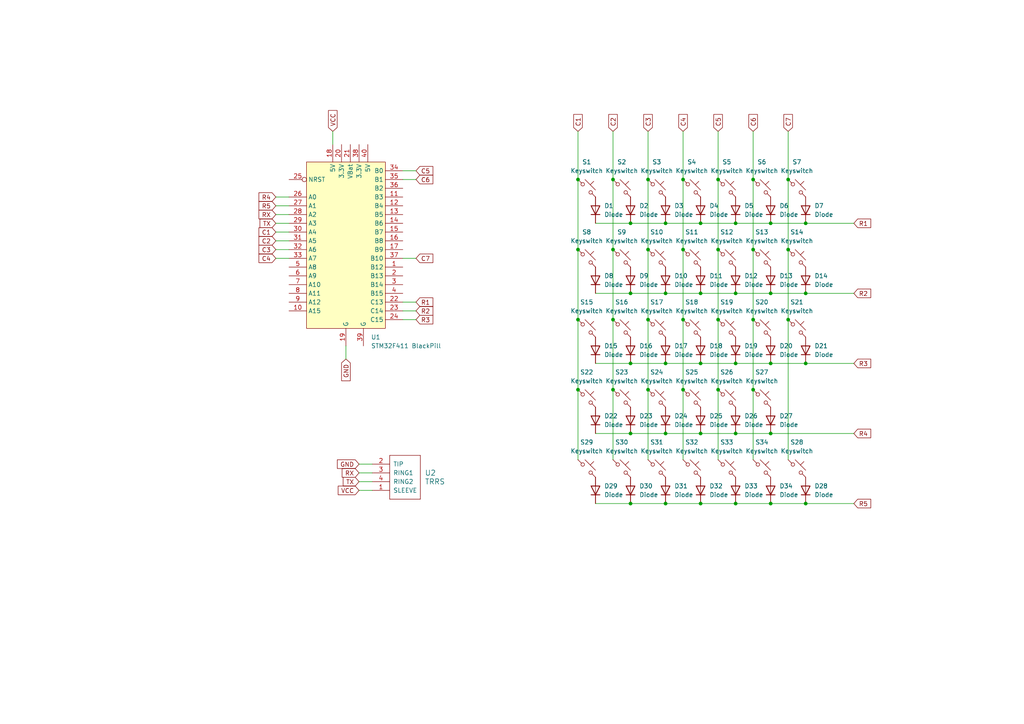
<source format=kicad_sch>
(kicad_sch (version 20231120) (generator "eeschema") (generator_version "8.0")
  (paper "A4")
  (lib_symbols
    (symbol "ScottoKeebs:Placeholder_Diode" (pin_numbers hide) (pin_names hide)
      (property "Reference" "D" (at 0 2.54 0))
      (property "Value" "Diode" (at 0 -2.54 0))
      (symbol "Placeholder_Diode_0_1"
        (polyline (pts (xy -1.27 1.27) (xy -1.27 -1.27)) (stroke (width 0.254)))
        (polyline (pts (xy 1.27 0) (xy -1.27 0)))
        (polyline (pts (xy 1.27 1.27) (xy 1.27 -1.27) (xy -1.27 0) (xy 1.27 1.27)) (stroke (width 0.254)))
      )
      (symbol "Placeholder_Diode_1_1"
        (pin passive line (at -3.81 0 0) (length 2.54) (name "K") (number "1"))
        (pin passive line (at 3.81 0 180) (length 2.54) (name "A") (number "2"))
      )
    )
    (symbol "ScottoKeebs:Placeholder_Keyswitch" (pin_numbers hide) (pin_names (offset 1.016) hide)
      (property "Reference" "S" (at 3.048 1.016 0))
      (property "Value" "Keyswitch" (at 0 -3.81 0))
      (symbol "Placeholder_Keyswitch_0_1"
        (circle (center -1.1684 1.1684) (radius 0.508))
        (polyline (pts (xy -0.508 2.54) (xy 2.54 -0.508)))
        (polyline (pts (xy 1.016 1.016) (xy 2.032 2.032)))
        (polyline (pts (xy -2.54 2.54) (xy -1.524 1.524) (xy -1.524 1.524)))
        (polyline (pts (xy 1.524 -1.524) (xy 2.54 -2.54) (xy 2.54 -2.54) (xy 2.54 -2.54)))
        (circle (center 1.143 -1.1938) (radius 0.508))
        (pin passive line (at -2.54 2.54 0) (length 0) (name "1") (number "1"))
        (pin passive line (at 2.54 -2.54 180) (length 0) (name "2") (number "2"))
      )
    )
    (symbol "ScottoKeebs:Placeholder_TRRS" (pin_names (offset 1.016))
      (property "Reference" "U" (at 0 15.24 0))
      (property "Value" "TRRS" (at 0 -2.54 0))
      (symbol "Placeholder_TRRS_0_1"
        (rectangle (start -3.81 0) (end -3.81 12.7))
        (rectangle (start -3.81 0) (end 5.08 0))
        (rectangle (start -3.81 12.7) (end 5.08 12.7))
        (rectangle (start 5.08 12.7) (end 5.08 0))
      )
      (symbol "Placeholder_TRRS_1_1"
        (pin input line (at -8.89 2.54 0) (length 5.08) (name "SLEEVE") (number "1"))
        (pin input line (at -8.89 10.16 0) (length 5.08) (name "TIP") (number "2"))
        (pin input line (at -8.89 7.62 0) (length 5.08) (name "RING1") (number "3"))
        (pin input line (at -8.89 5.08 0) (length 5.08) (name "RING2") (number "4"))
      )
    )
    (symbol "WeAct_Black_Pill_V2.0:STM32F411_Black_Pill"
      (property "Reference" "U" (at -10.16 25.4 0))
      (property "Value" "STM32F411 BlackPill" (at -3.81 13.97 0))
      (symbol "STM32F411_Black_Pill_1_1"
        (rectangle (start -11.43 24.13) (end 11.43 -24.13) (fill (type background)))
        (pin bidirectional line (at 16.51 -6.35 180) (length 5.08) (name "B12") (number "1"))
        (pin bidirectional line (at -16.51 -19.05 0) (length 5.08) (name "A15") (number "10"))
        (pin bidirectional line (at 16.51 13.97 180) (length 5.08) (name "B3") (number "11"))
        (pin bidirectional line (at 16.51 11.43 180) (length 5.08) (name "B4") (number "12"))
        (pin bidirectional line (at 16.51 8.89 180) (length 5.08) (name "B5") (number "13"))
        (pin bidirectional line (at 16.51 6.35 180) (length 5.08) (name "B6") (number "14"))
        (pin bidirectional line (at 16.51 3.81 180) (length 5.08) (name "B7") (number "15"))
        (pin bidirectional line (at 16.51 1.27 180) (length 5.08) (name "B8") (number "16"))
        (pin bidirectional line (at 16.51 -1.27 180) (length 5.08) (name "B9") (number "17"))
        (pin bidirectional line (at -3.81 29.21 270) (length 5.08) (name "5V") (number "18"))
        (pin bidirectional line (at 0 -29.21 90) (length 5.08) (name "G") (number "19"))
        (pin bidirectional line (at 16.51 -8.89 180) (length 5.08) (name "B13") (number "2"))
        (pin bidirectional line (at -1.27 29.21 270) (length 5.08) (name "3.3V") (number "20"))
        (pin bidirectional line (at 1.27 29.21 270) (length 5.08) (name "VBat") (number "21"))
        (pin bidirectional line (at 16.51 -16.51 180) (length 5.08) (name "C13") (number "22"))
        (pin bidirectional line (at 16.51 -19.05 180) (length 5.08) (name "C14") (number "23"))
        (pin bidirectional line (at 16.51 -21.59 180) (length 5.08) (name "C15") (number "24"))
        (pin bidirectional inverted (at -16.51 19.05 0) (length 5.08) (name "NRST") (number "25"))
        (pin bidirectional line (at -16.51 13.97 0) (length 5.08) (name "A0") (number "26"))
        (pin bidirectional line (at -16.51 11.43 0) (length 5.08) (name "A1") (number "27"))
        (pin bidirectional line (at -16.51 8.89 0) (length 5.08) (name "A2") (number "28"))
        (pin bidirectional line (at -16.51 6.35 0) (length 5.08) (name "A3") (number "29"))
        (pin bidirectional line (at 16.51 -11.43 180) (length 5.08) (name "B14") (number "3"))
        (pin bidirectional line (at -16.51 3.81 0) (length 5.08) (name "A4") (number "30"))
        (pin bidirectional line (at -16.51 1.27 0) (length 5.08) (name "A5") (number "31"))
        (pin bidirectional line (at -16.51 -1.27 0) (length 5.08) (name "A6") (number "32"))
        (pin bidirectional line (at -16.51 -3.81 0) (length 5.08) (name "A7") (number "33"))
        (pin bidirectional line (at 16.51 21.59 180) (length 5.08) (name "B0") (number "34"))
        (pin bidirectional line (at 16.51 19.05 180) (length 5.08) (name "B1") (number "35"))
        (pin bidirectional line (at 16.51 16.51 180) (length 5.08) (name "B2") (number "36"))
        (pin bidirectional line (at 16.51 -3.81 180) (length 5.08) (name "B10") (number "37"))
        (pin bidirectional line (at 3.81 29.21 270) (length 5.08) (name "3.3V") (number "38"))
        (pin bidirectional line (at 5.08 -29.21 90) (length 5.08) (name "G") (number "39"))
        (pin bidirectional line (at 16.51 -13.97 180) (length 5.08) (name "B15") (number "4"))
        (pin bidirectional line (at 6.35 29.21 270) (length 5.08) (name "5V") (number "40"))
        (pin bidirectional line (at -16.51 -6.35 0) (length 5.08) (name "A8") (number "5"))
        (pin bidirectional line (at -16.51 -8.89 0) (length 5.08) (name "A9") (number "6"))
        (pin bidirectional line (at -16.51 -11.43 0) (length 5.08) (name "A10") (number "7"))
        (pin bidirectional line (at -16.51 -13.97 0) (length 5.08) (name "A11") (number "8"))
        (pin bidirectional line (at -16.51 -16.51 0) (length 5.08) (name "A12") (number "9"))
      )
    )
  )
  (junction (at 193.04 105.41))
  (junction (at 187.96 52.07))
  (junction (at 198.12 52.07))
  (junction (at 167.64 113.03))
  (junction (at 187.96 72.39))
  (junction (at 187.96 92.71))
  (junction (at 218.44 52.07))
  (junction (at 233.68 105.41))
  (junction (at 198.12 92.71))
  (junction (at 213.36 146.05))
  (junction (at 177.8 52.07))
  (junction (at 213.36 64.77))
  (junction (at 167.64 72.39))
  (junction (at 203.2 125.73))
  (junction (at 177.8 72.39))
  (junction (at 213.36 125.73))
  (junction (at 198.12 72.39))
  (junction (at 233.68 64.77))
  (junction (at 218.44 92.71))
  (junction (at 167.64 52.07))
  (junction (at 203.2 85.09))
  (junction (at 228.6 92.71))
  (junction (at 208.28 72.39))
  (junction (at 203.2 146.05))
  (junction (at 223.52 146.05))
  (junction (at 193.04 125.73))
  (junction (at 213.36 105.41))
  (junction (at 182.88 64.77))
  (junction (at 213.36 85.09))
  (junction (at 193.04 146.05))
  (junction (at 198.12 113.03))
  (junction (at 182.88 105.41))
  (junction (at 208.28 52.07))
  (junction (at 223.52 125.73))
  (junction (at 228.6 72.39))
  (junction (at 228.6 52.07))
  (junction (at 167.64 92.71))
  (junction (at 193.04 64.77))
  (junction (at 223.52 64.77))
  (junction (at 177.8 113.03))
  (junction (at 203.2 64.77))
  (junction (at 182.88 146.05))
  (junction (at 223.52 85.09))
  (junction (at 218.44 113.03))
  (junction (at 203.2 105.41))
  (junction (at 233.68 146.05))
  (junction (at 208.28 92.71))
  (junction (at 193.04 85.09))
  (junction (at 233.68 85.09))
  (junction (at 187.96 113.03))
  (junction (at 218.44 72.39))
  (junction (at 208.28 113.03))
  (junction (at 223.52 105.41))
  (junction (at 177.8 92.71))
  (junction (at 182.88 125.73))
  (junction (at 182.88 85.09))
  (wire (pts (xy 116.84 52.07) (xy 120.65 52.07)))
  (wire (pts (xy 228.6 92.71) (xy 228.6 133.35)))
  (wire (pts (xy 104.14 142.24) (xy 107.95 142.24)))
  (wire (pts (xy 187.96 38.1) (xy 187.96 52.07)))
  (wire (pts (xy 167.64 72.39) (xy 167.64 92.71)))
  (wire (pts (xy 233.68 105.41) (xy 247.65 105.41)))
  (wire (pts (xy 167.64 92.71) (xy 167.64 113.03)))
  (wire (pts (xy 172.72 64.77) (xy 182.88 64.77)))
  (wire (pts (xy 187.96 72.39) (xy 187.96 92.71)))
  (wire (pts (xy 208.28 113.03) (xy 208.28 133.35)))
  (wire (pts (xy 104.14 137.16) (xy 107.95 137.16)))
  (wire (pts (xy 208.28 38.1) (xy 208.28 52.07)))
  (wire (pts (xy 213.36 85.09) (xy 223.52 85.09)))
  (wire (pts (xy 193.04 64.77) (xy 203.2 64.77)))
  (wire (pts (xy 218.44 113.03) (xy 218.44 133.35)))
  (wire (pts (xy 213.36 146.05) (xy 223.52 146.05)))
  (wire (pts (xy 223.52 64.77) (xy 233.68 64.77)))
  (wire (pts (xy 213.36 105.41) (xy 223.52 105.41)))
  (wire (pts (xy 80.01 59.69) (xy 83.82 59.69)))
  (wire (pts (xy 223.52 146.05) (xy 233.68 146.05)))
  (wire (pts (xy 213.36 64.77) (xy 223.52 64.77)))
  (wire (pts (xy 208.28 52.07) (xy 208.28 72.39)))
  (wire (pts (xy 116.84 87.63) (xy 120.65 87.63)))
  (wire (pts (xy 172.72 125.73) (xy 182.88 125.73)))
  (wire (pts (xy 167.64 52.07) (xy 167.64 72.39)))
  (wire (pts (xy 218.44 38.1) (xy 218.44 52.07)))
  (wire (pts (xy 223.52 105.41) (xy 233.68 105.41)))
  (wire (pts (xy 213.36 125.73) (xy 223.52 125.73)))
  (wire (pts (xy 116.84 74.93) (xy 120.65 74.93)))
  (wire (pts (xy 198.12 72.39) (xy 198.12 92.71)))
  (wire (pts (xy 96.52 38.1) (xy 96.52 41.91)))
  (wire (pts (xy 203.2 64.77) (xy 213.36 64.77)))
  (wire (pts (xy 198.12 38.1) (xy 198.12 52.07)))
  (wire (pts (xy 177.8 52.07) (xy 177.8 72.39)))
  (wire (pts (xy 172.72 146.05) (xy 182.88 146.05)))
  (wire (pts (xy 193.04 125.73) (xy 203.2 125.73)))
  (wire (pts (xy 104.14 139.7) (xy 107.95 139.7)))
  (wire (pts (xy 187.96 52.07) (xy 187.96 72.39)))
  (wire (pts (xy 228.6 38.1) (xy 228.6 52.07)))
  (wire (pts (xy 80.01 57.15) (xy 83.82 57.15)))
  (wire (pts (xy 167.64 38.1) (xy 167.64 52.07)))
  (wire (pts (xy 198.12 52.07) (xy 198.12 72.39)))
  (wire (pts (xy 233.68 146.05) (xy 247.65 146.05)))
  (wire (pts (xy 193.04 105.41) (xy 203.2 105.41)))
  (wire (pts (xy 116.84 90.17) (xy 120.65 90.17)))
  (wire (pts (xy 193.04 146.05) (xy 203.2 146.05)))
  (wire (pts (xy 187.96 92.71) (xy 187.96 113.03)))
  (wire (pts (xy 172.72 105.41) (xy 182.88 105.41)))
  (wire (pts (xy 172.72 85.09) (xy 182.88 85.09)))
  (wire (pts (xy 104.14 134.62) (xy 107.95 134.62)))
  (wire (pts (xy 233.68 64.77) (xy 247.65 64.77)))
  (wire (pts (xy 203.2 105.41) (xy 213.36 105.41)))
  (wire (pts (xy 218.44 92.71) (xy 218.44 113.03)))
  (wire (pts (xy 218.44 52.07) (xy 218.44 72.39)))
  (wire (pts (xy 193.04 85.09) (xy 203.2 85.09)))
  (wire (pts (xy 228.6 72.39) (xy 228.6 92.71)))
  (wire (pts (xy 167.64 113.03) (xy 167.64 133.35)))
  (wire (pts (xy 208.28 72.39) (xy 208.28 92.71)))
  (wire (pts (xy 198.12 92.71) (xy 198.12 113.03)))
  (wire (pts (xy 203.2 85.09) (xy 213.36 85.09)))
  (wire (pts (xy 80.01 64.77) (xy 83.82 64.77)))
  (wire (pts (xy 203.2 125.73) (xy 213.36 125.73)))
  (wire (pts (xy 80.01 74.93) (xy 83.82 74.93)))
  (wire (pts (xy 177.8 113.03) (xy 177.8 133.35)))
  (wire (pts (xy 177.8 72.39) (xy 177.8 92.71)))
  (wire (pts (xy 233.68 85.09) (xy 247.65 85.09)))
  (wire (pts (xy 182.88 125.73) (xy 193.04 125.73)))
  (wire (pts (xy 80.01 72.39) (xy 83.82 72.39)))
  (wire (pts (xy 80.01 67.31) (xy 83.82 67.31)))
  (wire (pts (xy 177.8 38.1) (xy 177.8 52.07)))
  (wire (pts (xy 187.96 113.03) (xy 187.96 133.35)))
  (wire (pts (xy 177.8 92.71) (xy 177.8 113.03)))
  (wire (pts (xy 80.01 69.85) (xy 83.82 69.85)))
  (wire (pts (xy 208.28 92.71) (xy 208.28 113.03)))
  (wire (pts (xy 223.52 85.09) (xy 233.68 85.09)))
  (wire (pts (xy 182.88 146.05) (xy 193.04 146.05)))
  (wire (pts (xy 182.88 105.41) (xy 193.04 105.41)))
  (wire (pts (xy 80.01 62.23) (xy 83.82 62.23)))
  (wire (pts (xy 203.2 146.05) (xy 213.36 146.05)))
  (wire (pts (xy 218.44 72.39) (xy 218.44 92.71)))
  (wire (pts (xy 228.6 52.07) (xy 228.6 72.39)))
  (wire (pts (xy 116.84 49.53) (xy 120.65 49.53)))
  (wire (pts (xy 198.12 113.03) (xy 198.12 133.35)))
  (wire (pts (xy 182.88 64.77) (xy 193.04 64.77)))
  (wire (pts (xy 223.52 125.73) (xy 247.65 125.73)))
  (wire (pts (xy 116.84 92.71) (xy 120.65 92.71)))
  (wire (pts (xy 100.33 100.33) (xy 100.33 104.14)))
  (wire (pts (xy 182.88 85.09) (xy 193.04 85.09)))
  (global_label "C3" (shape input) (at 80.01 72.39 180) (property "Intersheetrefs" "${INTERSHEET_REFS}" (effects (hide yes))))
  (global_label "TX" (shape input) (at 104.14 139.7 180) (property "Intersheetrefs" "${INTERSHEET_REFS}" (effects (hide yes))))
  (global_label "R1" (shape input) (at 120.65 87.63 0) (property "Intersheetrefs" "${INTERSHEET_REFS}" (effects (hide yes))))
  (global_label "C5" (shape input) (at 208.28 38.1 90) (property "Intersheetrefs" "${INTERSHEET_REFS}" (effects (hide yes))))
  (global_label "R2" (shape input) (at 120.65 90.17 0) (property "Intersheetrefs" "${INTERSHEET_REFS}" (effects (hide yes))))
  (global_label "C4" (shape input) (at 80.01 74.93 180) (property "Intersheetrefs" "${INTERSHEET_REFS}" (effects (hide yes))))
  (global_label "C4" (shape input) (at 198.12 38.1 90) (property "Intersheetrefs" "${INTERSHEET_REFS}" (effects (hide yes))))
  (global_label "C1" (shape input) (at 167.64 38.1 90) (property "Intersheetrefs" "${INTERSHEET_REFS}" (effects (hide yes))))
  (global_label "TX" (shape input) (at 80.01 64.77 180) (property "Intersheetrefs" "${INTERSHEET_REFS}" (effects (hide yes))))
  (global_label "VCC" (shape input) (at 104.14 142.24 180) (property "Intersheetrefs" "${INTERSHEET_REFS}" (effects (hide yes))))
  (global_label "C3" (shape input) (at 187.96 38.1 90) (property "Intersheetrefs" "${INTERSHEET_REFS}" (effects (hide yes))))
  (global_label "C7" (shape input) (at 120.65 74.93 0) (property "Intersheetrefs" "${INTERSHEET_REFS}" (effects (hide yes))))
  (global_label "R2" (shape input) (at 247.65 85.09 0) (property "Intersheetrefs" "${INTERSHEET_REFS}" (effects (hide yes))))
  (global_label "C5" (shape input) (at 120.65 49.53 0) (property "Intersheetrefs" "${INTERSHEET_REFS}" (effects (hide yes))))
  (global_label "RX" (shape input) (at 80.01 62.23 180) (property "Intersheetrefs" "${INTERSHEET_REFS}" (effects (hide yes))))
  (global_label "R5" (shape input) (at 247.65 146.05 0) (property "Intersheetrefs" "${INTERSHEET_REFS}" (effects (hide yes))))
  (global_label "VCC" (shape input) (at 96.52 38.1 90) (property "Intersheetrefs" "${INTERSHEET_REFS}" (effects (hide yes))))
  (global_label "R5" (shape input) (at 80.01 59.69 180) (property "Intersheetrefs" "${INTERSHEET_REFS}" (effects (hide yes))))
  (global_label "C2" (shape input) (at 177.8 38.1 90) (property "Intersheetrefs" "${INTERSHEET_REFS}" (effects (hide yes))))
  (global_label "R4" (shape input) (at 247.65 125.73 0) (property "Intersheetrefs" "${INTERSHEET_REFS}" (effects (hide yes))))
  (global_label "R1" (shape input) (at 247.65 64.77 0) (property "Intersheetrefs" "${INTERSHEET_REFS}" (effects (hide yes))))
  (global_label "R3" (shape input) (at 120.65 92.71 0) (property "Intersheetrefs" "${INTERSHEET_REFS}" (effects (hide yes))))
  (global_label "C6" (shape input) (at 218.44 38.1 90) (property "Intersheetrefs" "${INTERSHEET_REFS}" (effects (hide yes))))
  (global_label "C1" (shape input) (at 80.01 67.31 180) (property "Intersheetrefs" "${INTERSHEET_REFS}" (effects (hide yes))))
  (global_label "GND" (shape input) (at 104.14 134.62 180) (property "Intersheetrefs" "${INTERSHEET_REFS}" (effects (hide yes))))
  (global_label "C6" (shape input) (at 120.65 52.07 0) (property "Intersheetrefs" "${INTERSHEET_REFS}" (effects (hide yes))))
  (global_label "RX" (shape input) (at 104.14 137.16 180) (property "Intersheetrefs" "${INTERSHEET_REFS}" (effects (hide yes))))
  (global_label "R3" (shape input) (at 247.65 105.41 0) (property "Intersheetrefs" "${INTERSHEET_REFS}" (effects (hide yes))))
  (global_label "GND" (shape input) (at 100.33 104.14 270) (property "Intersheetrefs" "${INTERSHEET_REFS}" (effects (hide yes))))
  (global_label "C7" (shape input) (at 228.6 38.1 90) (property "Intersheetrefs" "${INTERSHEET_REFS}" (effects (hide yes))))
  (global_label "R4" (shape input) (at 80.01 57.15 180) (property "Intersheetrefs" "${INTERSHEET_REFS}" (effects (hide yes))))
  (global_label "C2" (shape input) (at 80.01 69.85 180) (property "Intersheetrefs" "${INTERSHEET_REFS}" (effects (hide yes))))
  (symbol (lib_id "ScottoKeebs:Placeholder_Keyswitch") (at 180.34 54.61 0) (unit 1)
    (property "Reference" "S2" (at 180.34 46.99 0))
    (property "Value" "Keyswitch" (at 180.34 49.53 0))
    (property "Footprint" "ScottoKeebs_Hotswap:Hotswap_MX_1.00u" (effects (hide yes)))
    (property "Description" "Push button switch, normally open, two pins, 45° tilted" (effects (hide yes)))
  )
  (symbol (lib_id "ScottoKeebs:Placeholder_Keyswitch") (at 190.5 74.93 0) (unit 1)
    (property "Reference" "S10" (at 190.5 67.31 0))
    (property "Value" "Keyswitch" (at 190.5 69.85 0))
    (property "Footprint" "ScottoKeebs_Hotswap:Hotswap_MX_1.00u" (effects (hide yes)))
    (property "Description" "Push button switch, normally open, two pins, 45° tilted" (effects (hide yes)))
  )
  (symbol (lib_id "ScottoKeebs:Placeholder_Diode") (at 233.68 60.96 90) (unit 1)
    (property "Reference" "D7" (at 236.22 59.6899 90) (effects (justify right)))
    (property "Value" "Diode" (at 236.22 62.2299 90) (effects (justify right)))
    (property "Footprint" "ScottoKeebs_Components:Diode_DO-35" (effects (hide yes)))
    (property "Description" "1N4148 (DO-35) or 1N4148W (SOD-123)" (effects (hide yes)))
    (property "Sim.Device" "D" (effects (hide yes)))
    (property "Sim.Pins" "1=K 2=A" (effects (hide yes)))
  )
  (symbol (lib_id "ScottoKeebs:Placeholder_Keyswitch") (at 200.66 95.25 0) (unit 1)
    (property "Reference" "S18" (at 200.66 87.63 0))
    (property "Value" "Keyswitch" (at 200.66 90.17 0))
    (property "Footprint" "ScottoKeebs_Hotswap:Hotswap_MX_1.00u" (effects (hide yes)))
    (property "Description" "Push button switch, normally open, two pins, 45° tilted" (effects (hide yes)))
  )
  (symbol (lib_id "ScottoKeebs:Placeholder_Keyswitch") (at 170.18 74.93 0) (unit 1)
    (property "Reference" "S8" (at 170.18 67.31 0))
    (property "Value" "Keyswitch" (at 170.18 69.85 0))
    (property "Footprint" "ScottoKeebs_Hotswap:Hotswap_MX_1.00u" (effects (hide yes)))
    (property "Description" "Push button switch, normally open, two pins, 45° tilted" (effects (hide yes)))
  )
  (symbol (lib_id "ScottoKeebs:Placeholder_Keyswitch") (at 231.14 74.93 0) (unit 1)
    (property "Reference" "S14" (at 231.14 67.31 0))
    (property "Value" "Keyswitch" (at 231.14 69.85 0))
    (property "Footprint" "ScottoKeebs_Hotswap:Hotswap_MX_1.00u" (effects (hide yes)))
    (property "Description" "Push button switch, normally open, two pins, 45° tilted" (effects (hide yes)))
  )
  (symbol (lib_id "ScottoKeebs:Placeholder_Keyswitch") (at 190.5 54.61 0) (unit 1)
    (property "Reference" "S3" (at 190.5 46.99 0))
    (property "Value" "Keyswitch" (at 190.5 49.53 0))
    (property "Footprint" "ScottoKeebs_Hotswap:Hotswap_MX_1.00u" (effects (hide yes)))
    (property "Description" "Push button switch, normally open, two pins, 45° tilted" (effects (hide yes)))
  )
  (symbol (lib_id "ScottoKeebs:Placeholder_Keyswitch") (at 180.34 135.89 0) (unit 1)
    (property "Reference" "S30" (at 180.34 128.27 0))
    (property "Value" "Keyswitch" (at 180.34 130.81 0))
    (property "Footprint" "ScottoKeebs_Hotswap:Hotswap_MX_1.00u" (effects (hide yes)))
    (property "Description" "Push button switch, normally open, two pins, 45° tilted" (effects (hide yes)))
  )
  (symbol (lib_id "ScottoKeebs:Placeholder_Diode") (at 213.36 121.92 90) (unit 1)
    (property "Reference" "D26" (at 215.9 120.6499 90) (effects (justify right)))
    (property "Value" "Diode" (at 215.9 123.1899 90) (effects (justify right)))
    (property "Footprint" "ScottoKeebs_Components:Diode_DO-35" (effects (hide yes)))
    (property "Description" "1N4148 (DO-35) or 1N4148W (SOD-123)" (effects (hide yes)))
    (property "Sim.Device" "D" (effects (hide yes)))
    (property "Sim.Pins" "1=K 2=A" (effects (hide yes)))
  )
  (symbol (lib_id "ScottoKeebs:Placeholder_Keyswitch") (at 190.5 95.25 0) (unit 1)
    (property "Reference" "S17" (at 190.5 87.63 0))
    (property "Value" "Keyswitch" (at 190.5 90.17 0))
    (property "Footprint" "ScottoKeebs_Hotswap:Hotswap_MX_1.00u" (effects (hide yes)))
    (property "Description" "Push button switch, normally open, two pins, 45° tilted" (effects (hide yes)))
  )
  (symbol (lib_id "ScottoKeebs:Placeholder_Keyswitch") (at 190.5 115.57 0) (unit 1)
    (property "Reference" "S24" (at 190.5 107.95 0))
    (property "Value" "Keyswitch" (at 190.5 110.49 0))
    (property "Footprint" "ScottoKeebs_Hotswap:Hotswap_MX_1.00u" (effects (hide yes)))
    (property "Description" "Push button switch, normally open, two pins, 45° tilted" (effects (hide yes)))
  )
  (symbol (lib_id "ScottoKeebs:Placeholder_Keyswitch") (at 220.98 135.89 0) (unit 1)
    (property "Reference" "S34" (at 220.98 128.27 0))
    (property "Value" "Keyswitch" (at 220.98 130.81 0))
    (property "Footprint" "ScottoKeebs_Hotswap:Hotswap_MX_1.00u" (effects (hide yes)))
    (property "Description" "Push button switch, normally open, two pins, 45° tilted" (effects (hide yes)))
  )
  (symbol (lib_id "ScottoKeebs:Placeholder_Keyswitch") (at 220.98 54.61 0) (unit 1)
    (property "Reference" "S6" (at 220.98 46.99 0))
    (property "Value" "Keyswitch" (at 220.98 49.53 0))
    (property "Footprint" "ScottoKeebs_Hotswap:Hotswap_MX_1.00u" (effects (hide yes)))
    (property "Description" "Push button switch, normally open, two pins, 45° tilted" (effects (hide yes)))
  )
  (symbol (lib_id "ScottoKeebs:Placeholder_Keyswitch") (at 200.66 74.93 0) (unit 1)
    (property "Reference" "S11" (at 200.66 67.31 0))
    (property "Value" "Keyswitch" (at 200.66 69.85 0))
    (property "Footprint" "ScottoKeebs_Hotswap:Hotswap_MX_1.00u" (effects (hide yes)))
    (property "Description" "Push button switch, normally open, two pins, 45° tilted" (effects (hide yes)))
  )
  (symbol (lib_id "ScottoKeebs:Placeholder_Keyswitch") (at 210.82 135.89 0) (unit 1)
    (property "Reference" "S33" (at 210.82 128.27 0))
    (property "Value" "Keyswitch" (at 210.82 130.81 0))
    (property "Footprint" "ScottoKeebs_Hotswap:Hotswap_MX_1.00u" (effects (hide yes)))
    (property "Description" "Push button switch, normally open, two pins, 45° tilted" (effects (hide yes)))
  )
  (symbol (lib_id "ScottoKeebs:Placeholder_Diode") (at 223.52 142.24 90) (unit 1)
    (property "Reference" "D34" (at 226.06 140.9699 90) (effects (justify right)))
    (property "Value" "Diode" (at 226.06 143.5099 90) (effects (justify right)))
    (property "Footprint" "ScottoKeebs_Components:Diode_DO-35" (effects (hide yes)))
    (property "Description" "1N4148 (DO-35) or 1N4148W (SOD-123)" (effects (hide yes)))
    (property "Sim.Device" "D" (effects (hide yes)))
    (property "Sim.Pins" "1=K 2=A" (effects (hide yes)))
  )
  (symbol (lib_id "ScottoKeebs:Placeholder_Diode") (at 203.2 81.28 90) (unit 1)
    (property "Reference" "D11" (at 205.74 80.0099 90) (effects (justify right)))
    (property "Value" "Diode" (at 205.74 82.5499 90) (effects (justify right)))
    (property "Footprint" "ScottoKeebs_Components:Diode_DO-35" (effects (hide yes)))
    (property "Description" "1N4148 (DO-35) or 1N4148W (SOD-123)" (effects (hide yes)))
    (property "Sim.Device" "D" (effects (hide yes)))
    (property "Sim.Pins" "1=K 2=A" (effects (hide yes)))
  )
  (symbol (lib_id "ScottoKeebs:Placeholder_Diode") (at 213.36 81.28 90) (unit 1)
    (property "Reference" "D12" (at 215.9 80.0099 90) (effects (justify right)))
    (property "Value" "Diode" (at 215.9 82.5499 90) (effects (justify right)))
    (property "Footprint" "ScottoKeebs_Components:Diode_DO-35" (effects (hide yes)))
    (property "Description" "1N4148 (DO-35) or 1N4148W (SOD-123)" (effects (hide yes)))
    (property "Sim.Device" "D" (effects (hide yes)))
    (property "Sim.Pins" "1=K 2=A" (effects (hide yes)))
  )
  (symbol (lib_id "ScottoKeebs:Placeholder_Diode") (at 193.04 60.96 90) (unit 1)
    (property "Reference" "D3" (at 195.58 59.6899 90) (effects (justify right)))
    (property "Value" "Diode" (at 195.58 62.2299 90) (effects (justify right)))
    (property "Footprint" "ScottoKeebs_Components:Diode_DO-35" (effects (hide yes)))
    (property "Description" "1N4148 (DO-35) or 1N4148W (SOD-123)" (effects (hide yes)))
    (property "Sim.Device" "D" (effects (hide yes)))
    (property "Sim.Pins" "1=K 2=A" (effects (hide yes)))
  )
  (symbol (lib_id "ScottoKeebs:Placeholder_Diode") (at 203.2 101.6 90) (unit 1)
    (property "Reference" "D18" (at 205.74 100.3299 90) (effects (justify right)))
    (property "Value" "Diode" (at 205.74 102.8699 90) (effects (justify right)))
    (property "Footprint" "ScottoKeebs_Components:Diode_DO-35" (effects (hide yes)))
    (property "Description" "1N4148 (DO-35) or 1N4148W (SOD-123)" (effects (hide yes)))
    (property "Sim.Device" "D" (effects (hide yes)))
    (property "Sim.Pins" "1=K 2=A" (effects (hide yes)))
  )
  (symbol (lib_id "ScottoKeebs:Placeholder_Diode") (at 213.36 142.24 90) (unit 1)
    (property "Reference" "D33" (at 215.9 140.9699 90) (effects (justify right)))
    (property "Value" "Diode" (at 215.9 143.5099 90) (effects (justify right)))
    (property "Footprint" "ScottoKeebs_Components:Diode_DO-35" (effects (hide yes)))
    (property "Description" "1N4148 (DO-35) or 1N4148W (SOD-123)" (effects (hide yes)))
    (property "Sim.Device" "D" (effects (hide yes)))
    (property "Sim.Pins" "1=K 2=A" (effects (hide yes)))
  )
  (symbol (lib_id "ScottoKeebs:Placeholder_Keyswitch") (at 210.82 54.61 0) (unit 1)
    (property "Reference" "S5" (at 210.82 46.99 0))
    (property "Value" "Keyswitch" (at 210.82 49.53 0))
    (property "Footprint" "ScottoKeebs_Hotswap:Hotswap_MX_1.00u" (effects (hide yes)))
    (property "Description" "Push button switch, normally open, two pins, 45° tilted" (effects (hide yes)))
  )
  (symbol (lib_id "ScottoKeebs:Placeholder_Keyswitch") (at 200.66 54.61 0) (unit 1)
    (property "Reference" "S4" (at 200.66 46.99 0))
    (property "Value" "Keyswitch" (at 200.66 49.53 0))
    (property "Footprint" "ScottoKeebs_Hotswap:Hotswap_MX_1.00u" (effects (hide yes)))
    (property "Description" "Push button switch, normally open, two pins, 45° tilted" (effects (hide yes)))
  )
  (symbol (lib_id "ScottoKeebs:Placeholder_Diode") (at 223.52 101.6 90) (unit 1)
    (property "Reference" "D20" (at 226.06 100.3299 90) (effects (justify right)))
    (property "Value" "Diode" (at 226.06 102.8699 90) (effects (justify right)))
    (property "Footprint" "ScottoKeebs_Components:Diode_DO-35" (effects (hide yes)))
    (property "Description" "1N4148 (DO-35) or 1N4148W (SOD-123)" (effects (hide yes)))
    (property "Sim.Device" "D" (effects (hide yes)))
    (property "Sim.Pins" "1=K 2=A" (effects (hide yes)))
  )
  (symbol (lib_id "ScottoKeebs:Placeholder_Keyswitch") (at 231.14 95.25 0) (unit 1)
    (property "Reference" "S21" (at 231.14 87.63 0))
    (property "Value" "Keyswitch" (at 231.14 90.17 0))
    (property "Footprint" "ScottoKeebs_Hotswap:Hotswap_MX_1.00u" (effects (hide yes)))
    (property "Description" "Push button switch, normally open, two pins, 45° tilted" (effects (hide yes)))
  )
  (symbol (lib_id "ScottoKeebs:Placeholder_Keyswitch") (at 170.18 135.89 0) (unit 1)
    (property "Reference" "S29" (at 170.18 128.27 0))
    (property "Value" "Keyswitch" (at 170.18 130.81 0))
    (property "Footprint" "ScottoKeebs_Hotswap:Hotswap_MX_1.00u" (effects (hide yes)))
    (property "Description" "Push button switch, normally open, two pins, 45° tilted" (effects (hide yes)))
  )
  (symbol (lib_id "ScottoKeebs:Placeholder_Diode") (at 233.68 142.24 90) (unit 1)
    (property "Reference" "D28" (at 236.22 140.9699 90) (effects (justify right)))
    (property "Value" "Diode" (at 236.22 143.5099 90) (effects (justify right)))
    (property "Footprint" "ScottoKeebs_Components:Diode_DO-35" (effects (hide yes)))
    (property "Description" "1N4148 (DO-35) or 1N4148W (SOD-123)" (effects (hide yes)))
    (property "Sim.Device" "D" (effects (hide yes)))
    (property "Sim.Pins" "1=K 2=A" (effects (hide yes)))
  )
  (symbol (lib_id "ScottoKeebs:Placeholder_Keyswitch") (at 200.66 135.89 0) (unit 1)
    (property "Reference" "S32" (at 200.66 128.27 0))
    (property "Value" "Keyswitch" (at 200.66 130.81 0))
    (property "Footprint" "ScottoKeebs_Hotswap:Hotswap_MX_1.00u" (effects (hide yes)))
    (property "Description" "Push button switch, normally open, two pins, 45° tilted" (effects (hide yes)))
  )
  (symbol (lib_id "ScottoKeebs:Placeholder_Keyswitch") (at 190.5 135.89 0) (unit 1)
    (property "Reference" "S31" (at 190.5 128.27 0))
    (property "Value" "Keyswitch" (at 190.5 130.81 0))
    (property "Footprint" "ScottoKeebs_Hotswap:Hotswap_MX_1.00u" (effects (hide yes)))
    (property "Description" "Push button switch, normally open, two pins, 45° tilted" (effects (hide yes)))
  )
  (symbol (lib_id "ScottoKeebs:Placeholder_Diode") (at 223.52 81.28 90) (unit 1)
    (property "Reference" "D13" (at 226.06 80.0099 90) (effects (justify right)))
    (property "Value" "Diode" (at 226.06 82.5499 90) (effects (justify right)))
    (property "Footprint" "ScottoKeebs_Components:Diode_DO-35" (effects (hide yes)))
    (property "Description" "1N4148 (DO-35) or 1N4148W (SOD-123)" (effects (hide yes)))
    (property "Sim.Device" "D" (effects (hide yes)))
    (property "Sim.Pins" "1=K 2=A" (effects (hide yes)))
  )
  (symbol (lib_id "ScottoKeebs:Placeholder_Keyswitch") (at 170.18 54.61 0) (unit 1)
    (property "Reference" "S1" (at 170.18 46.99 0))
    (property "Value" "Keyswitch" (at 170.18 49.53 0))
    (property "Footprint" "ScottoKeebs_Hotswap:Hotswap_MX_1.00u" (effects (hide yes)))
    (property "Description" "Push button switch, normally open, two pins, 45° tilted" (effects (hide yes)))
  )
  (symbol (lib_id "ScottoKeebs:Placeholder_Keyswitch") (at 231.14 54.61 0) (unit 1)
    (property "Reference" "S7" (at 231.14 46.99 0))
    (property "Value" "Keyswitch" (at 231.14 49.53 0))
    (property "Footprint" "ScottoKeebs_Hotswap:Hotswap_MX_1.00u" (effects (hide yes)))
    (property "Description" "Push button switch, normally open, two pins, 45° tilted" (effects (hide yes)))
  )
  (symbol (lib_id "ScottoKeebs:Placeholder_Diode") (at 193.04 81.28 90) (unit 1)
    (property "Reference" "D10" (at 195.58 80.0099 90) (effects (justify right)))
    (property "Value" "Diode" (at 195.58 82.5499 90) (effects (justify right)))
    (property "Footprint" "ScottoKeebs_Components:Diode_DO-35" (effects (hide yes)))
    (property "Description" "1N4148 (DO-35) or 1N4148W (SOD-123)" (effects (hide yes)))
    (property "Sim.Device" "D" (effects (hide yes)))
    (property "Sim.Pins" "1=K 2=A" (effects (hide yes)))
  )
  (symbol (lib_id "ScottoKeebs:Placeholder_Diode") (at 193.04 142.24 90) (unit 1)
    (property "Reference" "D31" (at 195.58 140.9699 90) (effects (justify right)))
    (property "Value" "Diode" (at 195.58 143.5099 90) (effects (justify right)))
    (property "Footprint" "ScottoKeebs_Components:Diode_DO-35" (effects (hide yes)))
    (property "Description" "1N4148 (DO-35) or 1N4148W (SOD-123)" (effects (hide yes)))
    (property "Sim.Device" "D" (effects (hide yes)))
    (property "Sim.Pins" "1=K 2=A" (effects (hide yes)))
  )
  (symbol (lib_id "ScottoKeebs:Placeholder_Keyswitch") (at 180.34 95.25 0) (unit 1)
    (property "Reference" "S16" (at 180.34 87.63 0))
    (property "Value" "Keyswitch" (at 180.34 90.17 0))
    (property "Footprint" "ScottoKeebs_Hotswap:Hotswap_MX_1.00u" (effects (hide yes)))
    (property "Description" "Push button switch, normally open, two pins, 45° tilted" (effects (hide yes)))
  )
  (symbol (lib_id "ScottoKeebs:Placeholder_Diode") (at 213.36 101.6 90) (unit 1)
    (property "Reference" "D19" (at 215.9 100.3299 90) (effects (justify right)))
    (property "Value" "Diode" (at 215.9 102.8699 90) (effects (justify right)))
    (property "Footprint" "ScottoKeebs_Components:Diode_DO-35" (effects (hide yes)))
    (property "Description" "1N4148 (DO-35) or 1N4148W (SOD-123)" (effects (hide yes)))
    (property "Sim.Device" "D" (effects (hide yes)))
    (property "Sim.Pins" "1=K 2=A" (effects (hide yes)))
  )
  (symbol (lib_id "ScottoKeebs:Placeholder_Keyswitch") (at 200.66 115.57 0) (unit 1)
    (property "Reference" "S25" (at 200.66 107.95 0))
    (property "Value" "Keyswitch" (at 200.66 110.49 0))
    (property "Footprint" "ScottoKeebs_Hotswap:Hotswap_MX_1.00u" (effects (hide yes)))
    (property "Description" "Push button switch, normally open, two pins, 45° tilted" (effects (hide yes)))
  )
  (symbol (lib_id "ScottoKeebs:Placeholder_Diode") (at 172.72 121.92 90) (unit 1)
    (property "Reference" "D22" (at 175.26 120.6499 90) (effects (justify right)))
    (property "Value" "Diode" (at 175.26 123.1899 90) (effects (justify right)))
    (property "Footprint" "ScottoKeebs_Components:Diode_DO-35" (effects (hide yes)))
    (property "Description" "1N4148 (DO-35) or 1N4148W (SOD-123)" (effects (hide yes)))
    (property "Sim.Device" "D" (effects (hide yes)))
    (property "Sim.Pins" "1=K 2=A" (effects (hide yes)))
  )
  (symbol (lib_id "ScottoKeebs:Placeholder_Diode") (at 182.88 101.6 90) (unit 1)
    (property "Reference" "D16" (at 185.42 100.3299 90) (effects (justify right)))
    (property "Value" "Diode" (at 185.42 102.8699 90) (effects (justify right)))
    (property "Footprint" "ScottoKeebs_Components:Diode_DO-35" (effects (hide yes)))
    (property "Description" "1N4148 (DO-35) or 1N4148W (SOD-123)" (effects (hide yes)))
    (property "Sim.Device" "D" (effects (hide yes)))
    (property "Sim.Pins" "1=K 2=A" (effects (hide yes)))
  )
  (symbol (lib_id "ScottoKeebs:Placeholder_Diode") (at 223.52 121.92 90) (unit 1)
    (property "Reference" "D27" (at 226.06 120.6499 90) (effects (justify right)))
    (property "Value" "Diode" (at 226.06 123.1899 90) (effects (justify right)))
    (property "Footprint" "ScottoKeebs_Components:Diode_DO-35" (effects (hide yes)))
    (property "Description" "1N4148 (DO-35) or 1N4148W (SOD-123)" (effects (hide yes)))
    (property "Sim.Device" "D" (effects (hide yes)))
    (property "Sim.Pins" "1=K 2=A" (effects (hide yes)))
  )
  (symbol (lib_id "ScottoKeebs:Placeholder_Diode") (at 172.72 101.6 90) (unit 1)
    (property "Reference" "D15" (at 175.26 100.3299 90) (effects (justify right)))
    (property "Value" "Diode" (at 175.26 102.8699 90) (effects (justify right)))
    (property "Footprint" "ScottoKeebs_Components:Diode_DO-35" (effects (hide yes)))
    (property "Description" "1N4148 (DO-35) or 1N4148W (SOD-123)" (effects (hide yes)))
    (property "Sim.Device" "D" (effects (hide yes)))
    (property "Sim.Pins" "1=K 2=A" (effects (hide yes)))
  )
  (symbol (lib_id "ScottoKeebs:Placeholder_Diode") (at 203.2 60.96 90) (unit 1)
    (property "Reference" "D4" (at 205.74 59.6899 90) (effects (justify right)))
    (property "Value" "Diode" (at 205.74 62.2299 90) (effects (justify right)))
    (property "Footprint" "ScottoKeebs_Components:Diode_DO-35" (effects (hide yes)))
    (property "Description" "1N4148 (DO-35) or 1N4148W (SOD-123)" (effects (hide yes)))
    (property "Sim.Device" "D" (effects (hide yes)))
    (property "Sim.Pins" "1=K 2=A" (effects (hide yes)))
  )
  (symbol (lib_id "ScottoKeebs:Placeholder_Diode") (at 193.04 101.6 90) (unit 1)
    (property "Reference" "D17" (at 195.58 100.3299 90) (effects (justify right)))
    (property "Value" "Diode" (at 195.58 102.8699 90) (effects (justify right)))
    (property "Footprint" "ScottoKeebs_Components:Diode_DO-35" (effects (hide yes)))
    (property "Description" "1N4148 (DO-35) or 1N4148W (SOD-123)" (effects (hide yes)))
    (property "Sim.Device" "D" (effects (hide yes)))
    (property "Sim.Pins" "1=K 2=A" (effects (hide yes)))
  )
  (symbol (lib_id "ScottoKeebs:Placeholder_Keyswitch") (at 180.34 115.57 0) (unit 1)
    (property "Reference" "S23" (at 180.34 107.95 0))
    (property "Value" "Keyswitch" (at 180.34 110.49 0))
    (property "Footprint" "ScottoKeebs_Hotswap:Hotswap_MX_1.00u" (effects (hide yes)))
    (property "Description" "Push button switch, normally open, two pins, 45° tilted" (effects (hide yes)))
  )
  (symbol (lib_id "ScottoKeebs:Placeholder_Diode") (at 172.72 60.96 90) (unit 1)
    (property "Reference" "D1" (at 175.26 59.6899 90) (effects (justify right)))
    (property "Value" "Diode" (at 175.26 62.2299 90) (effects (justify right)))
    (property "Footprint" "ScottoKeebs_Components:Diode_DO-35" (effects (hide yes)))
    (property "Description" "1N4148 (DO-35) or 1N4148W (SOD-123)" (effects (hide yes)))
    (property "Sim.Device" "D" (effects (hide yes)))
    (property "Sim.Pins" "1=K 2=A" (effects (hide yes)))
  )
  (symbol (lib_id "ScottoKeebs:Placeholder_Diode") (at 203.2 142.24 90) (unit 1)
    (property "Reference" "D32" (at 205.74 140.9699 90) (effects (justify right)))
    (property "Value" "Diode" (at 205.74 143.5099 90) (effects (justify right)))
    (property "Footprint" "ScottoKeebs_Components:Diode_DO-35" (effects (hide yes)))
    (property "Description" "1N4148 (DO-35) or 1N4148W (SOD-123)" (effects (hide yes)))
    (property "Sim.Device" "D" (effects (hide yes)))
    (property "Sim.Pins" "1=K 2=A" (effects (hide yes)))
  )
  (symbol (lib_id "ScottoKeebs:Placeholder_Diode") (at 172.72 142.24 90) (unit 1)
    (property "Reference" "D29" (at 175.26 140.9699 90) (effects (justify right)))
    (property "Value" "Diode" (at 175.26 143.5099 90) (effects (justify right)))
    (property "Footprint" "ScottoKeebs_Components:Diode_DO-35" (effects (hide yes)))
    (property "Description" "1N4148 (DO-35) or 1N4148W (SOD-123)" (effects (hide yes)))
    (property "Sim.Device" "D" (effects (hide yes)))
    (property "Sim.Pins" "1=K 2=A" (effects (hide yes)))
  )
  (symbol (lib_id "ScottoKeebs:Placeholder_Keyswitch") (at 210.82 95.25 0) (unit 1)
    (property "Reference" "S19" (at 210.82 87.63 0))
    (property "Value" "Keyswitch" (at 210.82 90.17 0))
    (property "Footprint" "ScottoKeebs_Hotswap:Hotswap_MX_1.00u" (effects (hide yes)))
    (property "Description" "Push button switch, normally open, two pins, 45° tilted" (effects (hide yes)))
  )
  (symbol (lib_id "ScottoKeebs:Placeholder_Diode") (at 182.88 142.24 90) (unit 1)
    (property "Reference" "D30" (at 185.42 140.9699 90) (effects (justify right)))
    (property "Value" "Diode" (at 185.42 143.5099 90) (effects (justify right)))
    (property "Footprint" "ScottoKeebs_Components:Diode_DO-35" (effects (hide yes)))
    (property "Description" "1N4148 (DO-35) or 1N4148W (SOD-123)" (effects (hide yes)))
    (property "Sim.Device" "D" (effects (hide yes)))
    (property "Sim.Pins" "1=K 2=A" (effects (hide yes)))
  )
  (symbol (lib_id "ScottoKeebs:Placeholder_Diode") (at 213.36 60.96 90) (unit 1)
    (property "Reference" "D5" (at 215.9 59.6899 90) (effects (justify right)))
    (property "Value" "Diode" (at 215.9 62.2299 90) (effects (justify right)))
    (property "Footprint" "ScottoKeebs_Components:Diode_DO-35" (effects (hide yes)))
    (property "Description" "1N4148 (DO-35) or 1N4148W (SOD-123)" (effects (hide yes)))
    (property "Sim.Device" "D" (effects (hide yes)))
    (property "Sim.Pins" "1=K 2=A" (effects (hide yes)))
  )
  (symbol (lib_id "ScottoKeebs:Placeholder_Keyswitch") (at 210.82 74.93 0) (unit 1)
    (property "Reference" "S12" (at 210.82 67.31 0))
    (property "Value" "Keyswitch" (at 210.82 69.85 0))
    (property "Footprint" "ScottoKeebs_Hotswap:Hotswap_MX_1.00u" (effects (hide yes)))
    (property "Description" "Push button switch, normally open, two pins, 45° tilted" (effects (hide yes)))
  )
  (symbol (lib_id "ScottoKeebs:Placeholder_Diode") (at 182.88 81.28 90) (unit 1)
    (property "Reference" "D9" (at 185.42 80.0099 90) (effects (justify right)))
    (property "Value" "Diode" (at 185.42 82.5499 90) (effects (justify right)))
    (property "Footprint" "ScottoKeebs_Components:Diode_DO-35" (effects (hide yes)))
    (property "Description" "1N4148 (DO-35) or 1N4148W (SOD-123)" (effects (hide yes)))
    (property "Sim.Device" "D" (effects (hide yes)))
    (property "Sim.Pins" "1=K 2=A" (effects (hide yes)))
  )
  (symbol (lib_id "ScottoKeebs:Placeholder_TRRS") (at 116.84 144.78 0) (unit 1)
    (property "Reference" "U2" (at 123.19 137.1599 0) (effects (font (size 1.524 1.524)) (justify left)))
    (property "Value" "TRRS" (at 123.19 139.6999 0) (effects (font (size 1.524 1.524)) (justify left)))
    (property "Footprint" "ScottoKeebs_Components:TRRS_PJ-320A" (effects (hide yes)))
  )
  (symbol (lib_id "ScottoKeebs:Placeholder_Diode") (at 223.52 60.96 90) (unit 1)
    (property "Reference" "D6" (at 226.06 59.6899 90) (effects (justify right)))
    (property "Value" "Diode" (at 226.06 62.2299 90) (effects (justify right)))
    (property "Footprint" "ScottoKeebs_Components:Diode_DO-35" (effects (hide yes)))
    (property "Description" "1N4148 (DO-35) or 1N4148W (SOD-123)" (effects (hide yes)))
    (property "Sim.Device" "D" (effects (hide yes)))
    (property "Sim.Pins" "1=K 2=A" (effects (hide yes)))
  )
  (symbol (lib_id "ScottoKeebs:Placeholder_Keyswitch") (at 180.34 74.93 0) (unit 1)
    (property "Reference" "S9" (at 180.34 67.31 0))
    (property "Value" "Keyswitch" (at 180.34 69.85 0))
    (property "Footprint" "ScottoKeebs_Hotswap:Hotswap_MX_1.00u" (effects (hide yes)))
    (property "Description" "Push button switch, normally open, two pins, 45° tilted" (effects (hide yes)))
  )
  (symbol (lib_id "ScottoKeebs:Placeholder_Diode") (at 233.68 81.28 90) (unit 1)
    (property "Reference" "D14" (at 236.22 80.0099 90) (effects (justify right)))
    (property "Value" "Diode" (at 236.22 82.5499 90) (effects (justify right)))
    (property "Footprint" "ScottoKeebs_Components:Diode_DO-35" (effects (hide yes)))
    (property "Description" "1N4148 (DO-35) or 1N4148W (SOD-123)" (effects (hide yes)))
    (property "Sim.Device" "D" (effects (hide yes)))
    (property "Sim.Pins" "1=K 2=A" (effects (hide yes)))
  )
  (symbol (lib_id "ScottoKeebs:Placeholder_Keyswitch") (at 220.98 115.57 0) (unit 1)
    (property "Reference" "S27" (at 220.98 107.95 0))
    (property "Value" "Keyswitch" (at 220.98 110.49 0))
    (property "Footprint" "ScottoKeebs_Hotswap:Hotswap_MX_1.00u" (effects (hide yes)))
    (property "Description" "Push button switch, normally open, two pins, 45° tilted" (effects (hide yes)))
  )
  (symbol (lib_id "ScottoKeebs:Placeholder_Keyswitch") (at 231.14 135.89 0) (unit 1)
    (property "Reference" "S28" (at 231.14 128.27 0))
    (property "Value" "Keyswitch" (at 231.14 130.81 0))
    (property "Footprint" "ScottoKeebs_Hotswap:Hotswap_MX_1.00u" (effects (hide yes)))
    (property "Description" "Push button switch, normally open, two pins, 45° tilted" (effects (hide yes)))
  )
  (symbol (lib_id "WeAct_Black_Pill_V2.0:STM32F411_Black_Pill") (at 100.33 71.12 0) (unit 1)
    (property "Reference" "U1" (at 107.6041 97.79 0) (effects (justify left)))
    (property "Value" "STM32F411 BlackPill" (at 107.6041 100.33 0) (effects (justify left)))
    (property "Footprint" "WeAct_Black_Pill_V2.0:STM32F411_Black_Pill" (effects (hide yes)))
    (property "Datasheet" "https://docs.zephyrproject.org/latest/boards/arm/blackpill_f411ce/doc/index.html" (effects (hide yes)))
    (property "Description" "WeAct Black Pill V2.0 development board, based STM32F411CE, made by Dony Setiawan" (effects (hide yes)))
  )
  (symbol (lib_id "ScottoKeebs:Placeholder_Diode") (at 193.04 121.92 90) (unit 1)
    (property "Reference" "D24" (at 195.58 120.6499 90) (effects (justify right)))
    (property "Value" "Diode" (at 195.58 123.1899 90) (effects (justify right)))
    (property "Footprint" "ScottoKeebs_Components:Diode_DO-35" (effects (hide yes)))
    (property "Description" "1N4148 (DO-35) or 1N4148W (SOD-123)" (effects (hide yes)))
    (property "Sim.Device" "D" (effects (hide yes)))
    (property "Sim.Pins" "1=K 2=A" (effects (hide yes)))
  )
  (symbol (lib_id "ScottoKeebs:Placeholder_Keyswitch") (at 210.82 115.57 0) (unit 1)
    (property "Reference" "S26" (at 210.82 107.95 0))
    (property "Value" "Keyswitch" (at 210.82 110.49 0))
    (property "Footprint" "ScottoKeebs_Hotswap:Hotswap_MX_1.00u" (effects (hide yes)))
    (property "Description" "Push button switch, normally open, two pins, 45° tilted" (effects (hide yes)))
  )
  (symbol (lib_id "ScottoKeebs:Placeholder_Diode") (at 203.2 121.92 90) (unit 1)
    (property "Reference" "D25" (at 205.74 120.6499 90) (effects (justify right)))
    (property "Value" "Diode" (at 205.74 123.1899 90) (effects (justify right)))
    (property "Footprint" "ScottoKeebs_Components:Diode_DO-35" (effects (hide yes)))
    (property "Description" "1N4148 (DO-35) or 1N4148W (SOD-123)" (effects (hide yes)))
    (property "Sim.Device" "D" (effects (hide yes)))
    (property "Sim.Pins" "1=K 2=A" (effects (hide yes)))
  )
  (symbol (lib_id "ScottoKeebs:Placeholder_Keyswitch") (at 170.18 115.57 0) (unit 1)
    (property "Reference" "S22" (at 170.18 107.95 0))
    (property "Value" "Keyswitch" (at 170.18 110.49 0))
    (property "Footprint" "ScottoKeebs_Hotswap:Hotswap_MX_1.00u" (effects (hide yes)))
    (property "Description" "Push button switch, normally open, two pins, 45° tilted" (effects (hide yes)))
  )
  (symbol (lib_id "ScottoKeebs:Placeholder_Diode") (at 233.68 101.6 90) (unit 1)
    (property "Reference" "D21" (at 236.22 100.3299 90) (effects (justify right)))
    (property "Value" "Diode" (at 236.22 102.8699 90) (effects (justify right)))
    (property "Footprint" "ScottoKeebs_Components:Diode_DO-35" (effects (hide yes)))
    (property "Description" "1N4148 (DO-35) or 1N4148W (SOD-123)" (effects (hide yes)))
    (property "Sim.Device" "D" (effects (hide yes)))
    (property "Sim.Pins" "1=K 2=A" (effects (hide yes)))
  )
  (symbol (lib_id "ScottoKeebs:Placeholder_Keyswitch") (at 170.18 95.25 0) (unit 1)
    (property "Reference" "S15" (at 170.18 87.63 0))
    (property "Value" "Keyswitch" (at 170.18 90.17 0))
    (property "Footprint" "ScottoKeebs_Hotswap:Hotswap_MX_1.00u" (effects (hide yes)))
    (property "Description" "Push button switch, normally open, two pins, 45° tilted" (effects (hide yes)))
  )
  (symbol (lib_id "ScottoKeebs:Placeholder_Diode") (at 182.88 121.92 90) (unit 1)
    (property "Reference" "D23" (at 185.42 120.6499 90) (effects (justify right)))
    (property "Value" "Diode" (at 185.42 123.1899 90) (effects (justify right)))
    (property "Footprint" "ScottoKeebs_Components:Diode_DO-35" (effects (hide yes)))
    (property "Description" "1N4148 (DO-35) or 1N4148W (SOD-123)" (effects (hide yes)))
    (property "Sim.Device" "D" (effects (hide yes)))
    (property "Sim.Pins" "1=K 2=A" (effects (hide yes)))
  )
  (symbol (lib_id "ScottoKeebs:Placeholder_Keyswitch") (at 220.98 95.25 0) (unit 1)
    (property "Reference" "S20" (at 220.98 87.63 0))
    (property "Value" "Keyswitch" (at 220.98 90.17 0))
    (property "Footprint" "ScottoKeebs_Hotswap:Hotswap_MX_1.00u" (effects (hide yes)))
    (property "Description" "Push button switch, normally open, two pins, 45° tilted" (effects (hide yes)))
  )
  (symbol (lib_id "ScottoKeebs:Placeholder_Keyswitch") (at 220.98 74.93 0) (unit 1)
    (property "Reference" "S13" (at 220.98 67.31 0))
    (property "Value" "Keyswitch" (at 220.98 69.85 0))
    (property "Footprint" "ScottoKeebs_Hotswap:Hotswap_MX_1.00u" (effects (hide yes)))
    (property "Description" "Push button switch, normally open, two pins, 45° tilted" (effects (hide yes)))
  )
  (symbol (lib_id "ScottoKeebs:Placeholder_Diode") (at 172.72 81.28 90) (unit 1)
    (property "Reference" "D8" (at 175.26 80.0099 90) (effects (justify right)))
    (property "Value" "Diode" (at 175.26 82.5499 90) (effects (justify right)))
    (property "Footprint" "ScottoKeebs_Components:Diode_DO-35" (effects (hide yes)))
    (property "Description" "1N4148 (DO-35) or 1N4148W (SOD-123)" (effects (hide yes)))
    (property "Sim.Device" "D" (effects (hide yes)))
    (property "Sim.Pins" "1=K 2=A" (effects (hide yes)))
  )
  (symbol (lib_id "ScottoKeebs:Placeholder_Diode") (at 182.88 60.96 90) (unit 1)
    (property "Reference" "D2" (at 185.42 59.6899 90) (effects (justify right)))
    (property "Value" "Diode" (at 185.42 62.2299 90) (effects (justify right)))
    (property "Footprint" "ScottoKeebs_Components:Diode_DO-35" (effects (hide yes)))
    (property "Description" "1N4148 (DO-35) or 1N4148W (SOD-123)" (effects (hide yes)))
    (property "Sim.Device" "D" (effects (hide yes)))
    (property "Sim.Pins" "1=K 2=A" (effects (hide yes)))
  )
)
</source>
